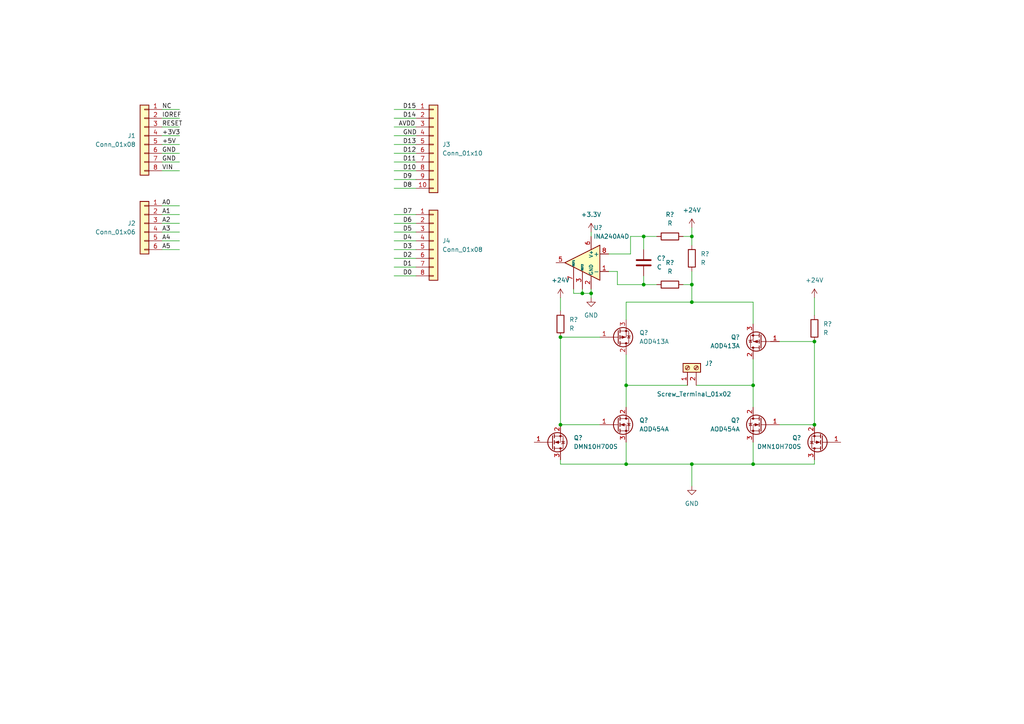
<source format=kicad_sch>
(kicad_sch (version 20211123) (generator eeschema)
  (paper "A4")
  (lib_symbols
    (symbol "Amplifier_Current:INA240A4D" (pin_names (offset 0.127))
      (property "Reference" "U" (at 3.81 3.81 0))
      (property "Value" "INA240A4D" (at 3.81 -2.54 0))
      (symbol "INA240A4D_0_1"
        (polyline (pts (xy 5.08 0) (xy -5.08 5.08) (xy -5.08 -5.08) (xy 5.08 0)) (stroke (width 0.254)) (fill (type background)))
      )
      (symbol "INA240A4D_1_1"
        (pin input line (at -7.62 -2.54 0) (length 2.54) (name "-") (number "1"))
        (pin power_in line (at -2.54 -7.62 90) (length 3.81) (name "GND") (number "2"))
        (pin passive line (at 0 -7.62 90) (length 5.08) (name "REF2") (number "3"))
        (pin passive line (at -2.54 -7.62 90) (length 3.81) hide (name "GND") (number "4"))
        (pin output line (at 7.62 0 180) (length 2.54) (name "~") (number "5"))
        (pin power_in line (at -2.54 7.62 270) (length 3.81) (name "V+") (number "6"))
        (pin passive line (at 2.54 -7.62 90) (length 6.35) (name "REF1") (number "7"))
        (pin input line (at -7.62 2.54 0) (length 2.54) (name "+") (number "8"))
      )
    )
    (symbol "Connector:Screw_Terminal_01x02" (pin_names (offset 1.016) hide)
      (property "Reference" "J" (at 0 2.54 0))
      (property "Value" "Screw_Terminal_01x02" (at 0 -5.08 0))
      (symbol "Screw_Terminal_01x02_1_1"
        (rectangle (start -1.27 1.27) (end 1.27 -3.81) (stroke (width 0.254)) (fill (type background)))
        (circle (center 0 -2.54) (radius 0.635) (stroke (width 0.1524)))
        (polyline (pts (xy -0.5334 -2.2098) (xy 0.3302 -3.048)) (stroke (width 0.1524)))
        (polyline (pts (xy -0.5334 0.3302) (xy 0.3302 -0.508)) (stroke (width 0.1524)))
        (polyline (pts (xy -0.3556 -2.032) (xy 0.508 -2.8702)) (stroke (width 0.1524)))
        (polyline (pts (xy -0.3556 0.508) (xy 0.508 -0.3302)) (stroke (width 0.1524)))
        (circle (center 0 0) (radius 0.635) (stroke (width 0.1524)))
        (pin passive line (at -5.08 0 0) (length 3.81) (name "Pin_1") (number "1"))
        (pin passive line (at -5.08 -2.54 0) (length 3.81) (name "Pin_2") (number "2"))
      )
    )
    (symbol "Connector_Generic:Conn_01x06" (pin_names (offset 1.016) hide)
      (property "Reference" "J" (at 0 7.62 0))
      (property "Value" "Conn_01x06" (at 0 -10.16 0))
      (symbol "Conn_01x06_1_1"
        (rectangle (start -1.27 -7.493) (end 0 -7.747) (stroke (width 0.1524)))
        (rectangle (start -1.27 -4.953) (end 0 -5.207) (stroke (width 0.1524)))
        (rectangle (start -1.27 -2.413) (end 0 -2.667) (stroke (width 0.1524)))
        (rectangle (start -1.27 0.127) (end 0 -0.127) (stroke (width 0.1524)))
        (rectangle (start -1.27 2.667) (end 0 2.413) (stroke (width 0.1524)))
        (rectangle (start -1.27 5.207) (end 0 4.953) (stroke (width 0.1524)))
        (rectangle (start -1.27 6.35) (end 1.27 -8.89) (stroke (width 0.254)) (fill (type background)))
        (pin passive line (at -5.08 5.08 0) (length 3.81) (name "Pin_1") (number "1"))
        (pin passive line (at -5.08 2.54 0) (length 3.81) (name "Pin_2") (number "2"))
        (pin passive line (at -5.08 0 0) (length 3.81) (name "Pin_3") (number "3"))
        (pin passive line (at -5.08 -2.54 0) (length 3.81) (name "Pin_4") (number "4"))
        (pin passive line (at -5.08 -5.08 0) (length 3.81) (name "Pin_5") (number "5"))
        (pin passive line (at -5.08 -7.62 0) (length 3.81) (name "Pin_6") (number "6"))
      )
    )
    (symbol "Connector_Generic:Conn_01x08" (pin_names (offset 1.016) hide)
      (property "Reference" "J" (at 0 10.16 0))
      (property "Value" "Conn_01x08" (at 0 -12.7 0))
      (symbol "Conn_01x08_1_1"
        (rectangle (start -1.27 -10.033) (end 0 -10.287) (stroke (width 0.1524)))
        (rectangle (start -1.27 -7.493) (end 0 -7.747) (stroke (width 0.1524)))
        (rectangle (start -1.27 -4.953) (end 0 -5.207) (stroke (width 0.1524)))
        (rectangle (start -1.27 -2.413) (end 0 -2.667) (stroke (width 0.1524)))
        (rectangle (start -1.27 0.127) (end 0 -0.127) (stroke (width 0.1524)))
        (rectangle (start -1.27 2.667) (end 0 2.413) (stroke (width 0.1524)))
        (rectangle (start -1.27 5.207) (end 0 4.953) (stroke (width 0.1524)))
        (rectangle (start -1.27 7.747) (end 0 7.493) (stroke (width 0.1524)))
        (rectangle (start -1.27 8.89) (end 1.27 -11.43) (stroke (width 0.254)) (fill (type background)))
        (pin passive line (at -5.08 7.62 0) (length 3.81) (name "Pin_1") (number "1"))
        (pin passive line (at -5.08 5.08 0) (length 3.81) (name "Pin_2") (number "2"))
        (pin passive line (at -5.08 2.54 0) (length 3.81) (name "Pin_3") (number "3"))
        (pin passive line (at -5.08 0 0) (length 3.81) (name "Pin_4") (number "4"))
        (pin passive line (at -5.08 -2.54 0) (length 3.81) (name "Pin_5") (number "5"))
        (pin passive line (at -5.08 -5.08 0) (length 3.81) (name "Pin_6") (number "6"))
        (pin passive line (at -5.08 -7.62 0) (length 3.81) (name "Pin_7") (number "7"))
        (pin passive line (at -5.08 -10.16 0) (length 3.81) (name "Pin_8") (number "8"))
      )
    )
    (symbol "Connector_Generic:Conn_01x10" (pin_names (offset 1.016) hide)
      (property "Reference" "J" (at 0 12.7 0))
      (property "Value" "Conn_01x10" (at 0 -15.24 0))
      (symbol "Conn_01x10_1_1"
        (rectangle (start -1.27 -12.573) (end 0 -12.827) (stroke (width 0.1524)))
        (rectangle (start -1.27 -10.033) (end 0 -10.287) (stroke (width 0.1524)))
        (rectangle (start -1.27 -7.493) (end 0 -7.747) (stroke (width 0.1524)))
        (rectangle (start -1.27 -4.953) (end 0 -5.207) (stroke (width 0.1524)))
        (rectangle (start -1.27 -2.413) (end 0 -2.667) (stroke (width 0.1524)))
        (rectangle (start -1.27 0.127) (end 0 -0.127) (stroke (width 0.1524)))
        (rectangle (start -1.27 2.667) (end 0 2.413) (stroke (width 0.1524)))
        (rectangle (start -1.27 5.207) (end 0 4.953) (stroke (width 0.1524)))
        (rectangle (start -1.27 7.747) (end 0 7.493) (stroke (width 0.1524)))
        (rectangle (start -1.27 10.287) (end 0 10.033) (stroke (width 0.1524)))
        (rectangle (start -1.27 11.43) (end 1.27 -13.97) (stroke (width 0.254)) (fill (type background)))
        (pin passive line (at -5.08 10.16 0) (length 3.81) (name "Pin_1") (number "1"))
        (pin passive line (at -5.08 -12.7 0) (length 3.81) (name "Pin_10") (number "10"))
        (pin passive line (at -5.08 7.62 0) (length 3.81) (name "Pin_2") (number "2"))
        (pin passive line (at -5.08 5.08 0) (length 3.81) (name "Pin_3") (number "3"))
        (pin passive line (at -5.08 2.54 0) (length 3.81) (name "Pin_4") (number "4"))
        (pin passive line (at -5.08 0 0) (length 3.81) (name "Pin_5") (number "5"))
        (pin passive line (at -5.08 -2.54 0) (length 3.81) (name "Pin_6") (number "6"))
        (pin passive line (at -5.08 -5.08 0) (length 3.81) (name "Pin_7") (number "7"))
        (pin passive line (at -5.08 -7.62 0) (length 3.81) (name "Pin_8") (number "8"))
        (pin passive line (at -5.08 -10.16 0) (length 3.81) (name "Pin_9") (number "9"))
      )
    )
    (symbol "Device:C" (pin_numbers hide) (pin_names (offset 0.254))
      (property "Reference" "C" (at 0.635 2.54 0))
      (property "Value" "C" (at 0.635 -2.54 0))
      (symbol "C_0_1"
        (polyline (pts (xy -2.032 -0.762) (xy 2.032 -0.762)) (stroke (width 0.508)))
        (polyline (pts (xy -2.032 0.762) (xy 2.032 0.762)) (stroke (width 0.508)))
      )
      (symbol "C_1_1"
        (pin passive line (at 0 3.81 270) (length 2.794) (name "~") (number "1"))
        (pin passive line (at 0 -3.81 90) (length 2.794) (name "~") (number "2"))
      )
    )
    (symbol "Device:R" (pin_numbers hide) (pin_names (offset 0))
      (property "Reference" "R" (at 2.032 0 90))
      (property "Value" "R" (at 0 0 90))
      (symbol "R_0_1"
        (rectangle (start -1.016 -2.54) (end 1.016 2.54) (stroke (width 0.254)))
      )
      (symbol "R_1_1"
        (pin passive line (at 0 3.81 270) (length 1.27) (name "~") (number "1"))
        (pin passive line (at 0 -3.81 90) (length 1.27) (name "~") (number "2"))
      )
    )
    (symbol "Transistor_FET:DMN10H700S" (pin_names hide)
      (property "Reference" "Q" (at 5.08 1.905 0))
      (property "Value" "DMN10H700S" (at 5.08 0 0))
      (symbol "DMN10H700S_0_1"
        (polyline (pts (xy 0.254 0) (xy -2.54 0)))
        (polyline (pts (xy 0.254 1.905) (xy 0.254 -1.905)) (stroke (width 0.254)))
        (polyline (pts (xy 0.762 -1.27) (xy 0.762 -2.286)) (stroke (width 0.254)))
        (polyline (pts (xy 0.762 0.508) (xy 0.762 -0.508)) (stroke (width 0.254)))
        (polyline (pts (xy 0.762 2.286) (xy 0.762 1.27)) (stroke (width 0.254)))
        (polyline (pts (xy 2.54 2.54) (xy 2.54 1.778)))
        (polyline (pts (xy 2.54 -2.54) (xy 2.54 0) (xy 0.762 0)))
        (polyline (pts (xy 0.762 -1.778) (xy 3.302 -1.778) (xy 3.302 1.778) (xy 0.762 1.778)))
        (polyline (pts (xy 1.016 0) (xy 2.032 0.381) (xy 2.032 -0.381) (xy 1.016 0)) (fill (type outline)))
        (polyline (pts (xy 2.794 0.508) (xy 2.921 0.381) (xy 3.683 0.381) (xy 3.81 0.254)))
        (polyline (pts (xy 3.302 0.381) (xy 2.921 -0.254) (xy 3.683 -0.254) (xy 3.302 0.381)))
        (circle (center 1.651 0) (radius 2.794) (stroke (width 0.254)))
        (circle (center 2.54 -1.778) (radius 0.254) (fill (type outline)))
        (circle (center 2.54 1.778) (radius 0.254) (fill (type outline)))
      )
      (symbol "DMN10H700S_1_1"
        (pin input line (at -5.08 0 0) (length 2.54) (name "G") (number "1"))
        (pin passive line (at 2.54 -5.08 90) (length 2.54) (name "S") (number "2"))
        (pin passive line (at 2.54 5.08 270) (length 2.54) (name "D") (number "3"))
      )
    )
    (symbol "Transistor_FET:STD7NK40Z" (pin_names hide)
      (property "Reference" "Q" (at 5.08 1.905 0))
      (property "Value" "STD7NK40Z" (at 5.08 0 0))
      (symbol "STD7NK40Z_0_1"
        (polyline (pts (xy 0.254 0) (xy -2.54 0)))
        (polyline (pts (xy 0.254 1.905) (xy 0.254 -1.905)) (stroke (width 0.254)))
        (polyline (pts (xy 0.762 -1.27) (xy 0.762 -2.286)) (stroke (width 0.254)))
        (polyline (pts (xy 0.762 0.508) (xy 0.762 -0.508)) (stroke (width 0.254)))
        (polyline (pts (xy 0.762 2.286) (xy 0.762 1.27)) (stroke (width 0.254)))
        (polyline (pts (xy 2.54 2.54) (xy 2.54 1.778)))
        (polyline (pts (xy 2.54 -2.54) (xy 2.54 0) (xy 0.762 0)))
        (polyline (pts (xy 0.762 -1.778) (xy 3.302 -1.778) (xy 3.302 1.778) (xy 0.762 1.778)))
        (polyline (pts (xy 1.016 0) (xy 2.032 0.381) (xy 2.032 -0.381) (xy 1.016 0)) (fill (type outline)))
        (polyline (pts (xy 2.794 0.508) (xy 2.921 0.381) (xy 3.683 0.381) (xy 3.81 0.254)))
        (polyline (pts (xy 3.302 0.381) (xy 2.921 -0.254) (xy 3.683 -0.254) (xy 3.302 0.381)))
        (circle (center 1.651 0) (radius 2.794) (stroke (width 0.254)))
        (circle (center 2.54 -1.778) (radius 0.254) (fill (type outline)))
        (circle (center 2.54 1.778) (radius 0.254) (fill (type outline)))
      )
      (symbol "STD7NK40Z_1_1"
        (pin passive line (at -5.08 0 0) (length 2.54) (name "G") (number "1"))
        (pin passive line (at 2.54 5.08 270) (length 2.54) (name "D") (number "2"))
        (pin passive line (at 2.54 -5.08 90) (length 2.54) (name "S") (number "3"))
      )
    )
    (symbol "Transistor_FET:SUD50P04-08" (pin_names hide)
      (property "Reference" "Q" (at 4.953 1.905 0))
      (property "Value" "SUD50P04-08" (at 4.953 0 0))
      (symbol "SUD50P04-08_0_1"
        (polyline (pts (xy 0.254 0) (xy -2.54 0)))
        (polyline (pts (xy 0.254 1.905) (xy 0.254 -1.905)) (stroke (width 0.254)))
        (polyline (pts (xy 0.762 -1.27) (xy 0.762 -2.286)) (stroke (width 0.254)))
        (polyline (pts (xy 0.762 0.508) (xy 0.762 -0.508)) (stroke (width 0.254)))
        (polyline (pts (xy 0.762 2.286) (xy 0.762 1.27)) (stroke (width 0.254)))
        (polyline (pts (xy 2.54 2.54) (xy 2.54 1.778)))
        (polyline (pts (xy 2.54 -2.54) (xy 2.54 0) (xy 0.762 0)))
        (polyline (pts (xy 0.762 1.778) (xy 3.302 1.778) (xy 3.302 -1.778) (xy 0.762 -1.778)))
        (polyline (pts (xy 2.286 0) (xy 1.27 0.381) (xy 1.27 -0.381) (xy 2.286 0)) (fill (type outline)))
        (polyline (pts (xy 2.794 -0.508) (xy 2.921 -0.381) (xy 3.683 -0.381) (xy 3.81 -0.254)))
        (polyline (pts (xy 3.302 -0.381) (xy 2.921 0.254) (xy 3.683 0.254) (xy 3.302 -0.381)))
        (circle (center 1.651 0) (radius 2.794) (stroke (width 0.254)))
        (circle (center 2.54 -1.778) (radius 0.254) (fill (type outline)))
        (circle (center 2.54 1.778) (radius 0.254) (fill (type outline)))
      )
      (symbol "SUD50P04-08_1_1"
        (pin input line (at -5.08 0 0) (length 2.54) (name "G") (number "1"))
        (pin passive line (at 2.54 5.08 270) (length 2.54) (name "D") (number "2"))
        (pin passive line (at 2.54 -5.08 90) (length 2.54) (name "S") (number "3"))
      )
    )
    (symbol "power:+24V" (power) (pin_names (offset 0))
      (property "Value" "+24V" (at 0 3.556 0))
      (symbol "+24V_0_1"
        (polyline (pts (xy -0.762 1.27) (xy 0 2.54)))
        (polyline (pts (xy 0 0) (xy 0 2.54)))
        (polyline (pts (xy 0 2.54) (xy 0.762 1.27)))
      )
      (symbol "+24V_1_1"
        (pin power_in line (at 0 0 90) (length 0) hide (name "+24V") (number "1"))
      )
    )
    (symbol "power:+3.3V" (power) (pin_names (offset 0))
      (property "Value" "+3.3V" (at 0 3.556 0))
      (symbol "+3.3V_0_1"
        (polyline (pts (xy -0.762 1.27) (xy 0 2.54)))
        (polyline (pts (xy 0 0) (xy 0 2.54)))
        (polyline (pts (xy 0 2.54) (xy 0.762 1.27)))
      )
      (symbol "+3.3V_1_1"
        (pin power_in line (at 0 0 90) (length 0) hide (name "+3.3V") (number "1"))
      )
    )
    (symbol "power:GND" (power) (pin_names (offset 0))
      (property "Value" "GND" (at 0 -3.81 0))
      (symbol "GND_0_1"
        (polyline (pts (xy 0 0) (xy 0 -1.27) (xy 1.27 -1.27) (xy 0 -2.54) (xy -1.27 -1.27) (xy 0 -1.27)))
      )
      (symbol "GND_1_1"
        (pin power_in line (at 0 0 270) (length 0) hide (name "GND") (number "1"))
      )
    )
  )
  (junction (at 181.61 111.76))
  (junction (at 186.69 68.58))
  (junction (at 236.22 99.06))
  (junction (at 200.66 68.58))
  (junction (at 236.22 123.19))
  (junction (at 186.69 82.55))
  (junction (at 181.61 134.62))
  (junction (at 218.44 111.76))
  (junction (at 200.66 87.63))
  (junction (at 162.56 123.19))
  (junction (at 218.44 134.62))
  (junction (at 168.91 85.09))
  (junction (at 171.45 85.09))
  (junction (at 200.66 82.55))
  (junction (at 162.56 97.79))
  (junction (at 200.66 134.62))
  (wire (pts (xy 200.66 68.58) (xy 200.66 71.12)))
  (wire (pts (xy 114.3 77.47) (xy 120.65 77.47)))
  (wire (pts (xy 114.3 69.85) (xy 120.65 69.85)))
  (wire (pts (xy 186.69 68.58) (xy 190.5 68.58)))
  (wire (pts (xy 114.3 74.93) (xy 120.65 74.93)))
  (wire (pts (xy 171.45 85.09) (xy 171.45 86.36)))
  (wire (pts (xy 114.3 46.99) (xy 120.65 46.99)))
  (wire (pts (xy 181.61 87.63) (xy 200.66 87.63)))
  (wire (pts (xy 114.3 36.83) (xy 120.65 36.83)))
  (wire (pts (xy 218.44 87.63) (xy 218.44 93.98)))
  (wire (pts (xy 46.99 64.77) (xy 52.07 64.77)))
  (wire (pts (xy 46.99 46.99) (xy 52.07 46.99)))
  (wire (pts (xy 236.22 99.06) (xy 236.22 123.19)))
  (wire (pts (xy 114.3 80.01) (xy 120.65 80.01)))
  (wire (pts (xy 46.99 39.37) (xy 52.07 39.37)))
  (wire (pts (xy 46.99 69.85) (xy 52.07 69.85)))
  (wire (pts (xy 114.3 34.29) (xy 120.65 34.29)))
  (wire (pts (xy 186.69 82.55) (xy 190.5 82.55)))
  (wire (pts (xy 114.3 72.39) (xy 120.65 72.39)))
  (wire (pts (xy 198.12 68.58) (xy 200.66 68.58)))
  (wire (pts (xy 236.22 133.35) (xy 236.22 134.62)))
  (wire (pts (xy 162.56 123.19) (xy 173.99 123.19)))
  (wire (pts (xy 200.66 134.62) (xy 200.66 140.97)))
  (wire (pts (xy 114.3 44.45) (xy 120.65 44.45)))
  (wire (pts (xy 200.66 78.74) (xy 200.66 82.55)))
  (wire (pts (xy 162.56 97.79) (xy 173.99 97.79)))
  (wire (pts (xy 200.66 82.55) (xy 200.66 87.63)))
  (wire (pts (xy 226.06 123.19) (xy 236.22 123.19)))
  (wire (pts (xy 168.91 85.09) (xy 171.45 85.09)))
  (wire (pts (xy 171.45 67.31) (xy 171.45 68.58)))
  (wire (pts (xy 114.3 67.31) (xy 120.65 67.31)))
  (wire (pts (xy 46.99 31.75) (xy 52.07 31.75)))
  (wire (pts (xy 114.3 49.53) (xy 120.65 49.53)))
  (wire (pts (xy 181.61 102.87) (xy 181.61 111.76)))
  (wire (pts (xy 114.3 41.91) (xy 120.65 41.91)))
  (wire (pts (xy 46.99 41.91) (xy 52.07 41.91)))
  (wire (pts (xy 162.56 86.36) (xy 162.56 90.17)))
  (wire (pts (xy 181.61 111.76) (xy 181.61 118.11)))
  (wire (pts (xy 46.99 59.69) (xy 52.07 59.69)))
  (wire (pts (xy 114.3 31.75) (xy 120.65 31.75)))
  (wire (pts (xy 166.37 83.82) (xy 166.37 85.09)))
  (wire (pts (xy 218.44 134.62) (xy 200.66 134.62)))
  (wire (pts (xy 200.66 134.62) (xy 181.61 134.62)))
  (wire (pts (xy 162.56 97.79) (xy 162.56 123.19)))
  (wire (pts (xy 162.56 134.62) (xy 181.61 134.62)))
  (wire (pts (xy 201.93 111.76) (xy 218.44 111.76)))
  (wire (pts (xy 200.66 87.63) (xy 218.44 87.63)))
  (wire (pts (xy 114.3 62.23) (xy 120.65 62.23)))
  (wire (pts (xy 114.3 54.61) (xy 120.65 54.61)))
  (wire (pts (xy 181.61 111.76) (xy 199.39 111.76)))
  (wire (pts (xy 46.99 72.39) (xy 52.07 72.39)))
  (wire (pts (xy 114.3 64.77) (xy 120.65 64.77)))
  (wire (pts (xy 176.53 73.66) (xy 182.88 73.66)))
  (wire (pts (xy 46.99 62.23) (xy 52.07 62.23)))
  (wire (pts (xy 181.61 92.71) (xy 181.61 87.63)))
  (wire (pts (xy 46.99 67.31) (xy 52.07 67.31)))
  (wire (pts (xy 218.44 111.76) (xy 218.44 118.11)))
  (wire (pts (xy 176.53 78.74) (xy 179.07 78.74)))
  (wire (pts (xy 162.56 133.35) (xy 162.56 134.62)))
  (wire (pts (xy 218.44 111.76) (xy 218.44 104.14)))
  (wire (pts (xy 182.88 73.66) (xy 182.88 68.58)))
  (wire (pts (xy 114.3 39.37) (xy 120.65 39.37)))
  (wire (pts (xy 200.66 66.04) (xy 200.66 68.58)))
  (wire (pts (xy 46.99 34.29) (xy 52.07 34.29)))
  (wire (pts (xy 186.69 80.01) (xy 186.69 82.55)))
  (wire (pts (xy 236.22 86.36) (xy 236.22 91.44)))
  (wire (pts (xy 46.99 44.45) (xy 52.07 44.45)))
  (wire (pts (xy 46.99 49.53) (xy 52.07 49.53)))
  (wire (pts (xy 166.37 85.09) (xy 168.91 85.09)))
  (wire (pts (xy 218.44 128.27) (xy 218.44 134.62)))
  (wire (pts (xy 226.06 99.06) (xy 236.22 99.06)))
  (wire (pts (xy 46.99 36.83) (xy 52.07 36.83)))
  (wire (pts (xy 171.45 83.82) (xy 171.45 85.09)))
  (wire (pts (xy 181.61 128.27) (xy 181.61 134.62)))
  (wire (pts (xy 168.91 83.82) (xy 168.91 85.09)))
  (wire (pts (xy 182.88 68.58) (xy 186.69 68.58)))
  (wire (pts (xy 218.44 134.62) (xy 236.22 134.62)))
  (wire (pts (xy 198.12 82.55) (xy 200.66 82.55)))
  (wire (pts (xy 114.3 52.07) (xy 120.65 52.07)))
  (wire (pts (xy 179.07 78.74) (xy 179.07 82.55)))
  (wire (pts (xy 186.69 72.39) (xy 186.69 68.58)))
  (wire (pts (xy 179.07 82.55) (xy 186.69 82.55)))
  (label "D4" (at 116.84 69.85 0))
  (label "D5" (at 116.84 67.31 0))
  (label "D3" (at 116.84 72.39 0))
  (label "D11" (at 116.84 46.99 0))
  (label "AVDD" (at 115.57 36.83 0))
  (label "D8" (at 116.84 54.61 0))
  (label "D2" (at 116.84 74.93 0))
  (label "D10" (at 116.84 49.53 0))
  (label "D7" (at 116.84 62.23 0))
  (label "A5" (at 46.99 72.39 0))
  (label "D14" (at 116.84 34.29 0))
  (label "GND" (at 46.99 44.45 0))
  (label "A0" (at 46.99 59.69 0))
  (label "A4" (at 46.99 69.85 0))
  (label "D1" (at 116.84 77.47 0))
  (label "D13" (at 116.84 41.91 0))
  (label "D9" (at 116.84 52.07 0))
  (label "VIN" (at 46.99 49.53 0))
  (label "+5V" (at 46.99 41.91 0))
  (label "RESET" (at 46.99 36.83 0))
  (label "D6" (at 116.84 64.77 0))
  (label "A3" (at 46.99 67.31 0))
  (label "GND" (at 116.84 39.37 0))
  (label "GND" (at 46.99 46.99 0))
  (label "IOREF" (at 46.99 34.29 0))
  (label "+3V3" (at 46.99 39.37 0))
  (label "A2" (at 46.99 64.77 0))
  (label "D15" (at 116.84 31.75 0))
  (label "D0" (at 116.84 80.01 0))
  (label "NC" (at 46.99 31.75 0))
  (label "D12" (at 116.84 44.45 0))
  (label "A1" (at 46.99 62.23 0))
  (symbol (lib_id "Transistor_FET:DMN10H700S") (at 160.02 128.27 0) (mirror x) (unit 1)
    (property "Reference" "Q?" (at 166.37 126.9999 0) (effects (justify left)))
    (property "Value" "DMN10H700S" (at 166.37 129.5399 0) (effects (justify left)))
    (property "Footprint" "Package_TO_SOT_SMD:SOT-23" (effects hide))
    (property "Datasheet" "http://www.diodes.com/assets/Datasheets/DMN10H700S.pdf" (effects hide))
  )
  (symbol (lib_id "Connector:Screw_Terminal_01x02") (at 199.39 106.68 90) (unit 1)
    (property "Reference" "J?" (at 204.47 105.4099 90) (effects (justify right)))
    (property "Value" "Screw_Terminal_01x02" (at 190.5 114.3 90) (effects (justify right)))
    (property "Footprint" "TerminalBlock_Phoenix:TerminalBlock_Phoenix_PT-1,5-2-5.0-H_1x02_P5.00mm_Horizontal" (effects hide))
  )
  (symbol (lib_id "power:+24V") (at 162.56 86.36 0) (unit 1)
    (property "Reference" "#PWR?" (effects hide))
    (property "Value" "+24V" (at 162.56 81.28 0))
  )
  (symbol (lib_id "Amplifier_Current:INA240A4D") (at 168.91 76.2 0) (mirror y) (unit 1)
    (property "Reference" "U?" (at 172.1103 66.04 0) (effects (justify right)))
    (property "Value" "INA240A4D" (at 172.1103 68.58 0) (effects (justify right)))
    (property "Footprint" "Package_SO:SOIC-8_3.9x4.9mm_P1.27mm" (effects hide))
    (property "Datasheet" "http://www.ti.com/lit/ds/symlink/ina240.pdf" (effects hide))
  )
  (symbol (lib_id "Transistor_FET:STD7NK40Z") (at 220.98 123.19 0) (mirror y) (unit 1)
    (property "Reference" "Q?" (at 214.63 121.9199 0) (effects (justify left)))
    (property "Value" "AOD454A" (at 214.63 124.4599 0) (effects (justify left)))
    (property "Footprint" "Package_TO_SOT_SMD:TO-252-2" (effects hide))
    (property "Datasheet" "http://www.aosmd.com/res/data_sheets/AOD454A.pdf" (effects hide))
  )
  (symbol (lib_id "Transistor_FET:STD7NK40Z") (at 179.07 123.19 0) (unit 1)
    (property "Reference" "Q?" (at 185.42 121.9199 0) (effects (justify left)))
    (property "Value" "AOD454A" (at 185.42 124.4599 0) (effects (justify left)))
    (property "Footprint" "Package_TO_SOT_SMD:TO-252-2" (effects hide))
    (property "Datasheet" "http://www.aosmd.com/res/data_sheets/AOD454A.pdf" (effects hide))
  )
  (symbol (lib_id "power:GND") (at 171.45 86.36 0) (unit 1)
    (property "Reference" "#PWR?" (effects hide))
    (property "Value" "GND" (at 171.45 91.44 0))
  )
  (symbol (lib_id "Device:R") (at 194.31 68.58 90) (unit 1)
    (property "Reference" "R?" (at 194.31 62.23 90))
    (property "Value" "R" (at 194.31 64.77 90))
    (property "Footprint" "Resistor_SMD:R_0805_2012Metric" (effects hide))
  )
  (symbol (lib_id "Device:R") (at 200.66 74.93 180) (unit 1)
    (property "Reference" "R?" (at 203.2 73.6599 0) (effects (justify right)))
    (property "Value" "R" (at 203.2 76.1999 0) (effects (justify right)))
    (property "Footprint" "Resistor_SMD:R_0805_2012Metric" (effects hide))
  )
  (symbol (lib_id "power:+24V") (at 236.22 86.36 0) (unit 1)
    (property "Reference" "#PWR?" (effects hide))
    (property "Value" "+24V" (at 236.22 81.28 0))
  )
  (symbol (lib_id "Transistor_FET:DMN10H700S") (at 238.76 128.27 180) (unit 1)
    (property "Reference" "Q?" (at 232.41 126.9999 0) (effects (justify left)))
    (property "Value" "DMN10H700S" (at 232.41 129.5399 0) (effects (justify left)))
    (property "Footprint" "Package_TO_SOT_SMD:SOT-23" (effects hide))
    (property "Datasheet" "http://www.diodes.com/assets/Datasheets/DMN10H700S.pdf" (effects hide))
  )
  (symbol (lib_id "Connector_Generic:Conn_01x06") (at 41.91 64.77 0) (mirror y) (unit 1)
    (property "Reference" "J2" (at 39.37 64.7699 0) (effects (justify left)))
    (property "Value" "Conn_01x06" (at 39.37 67.3099 0) (effects (justify left)))
    (property "Footprint" "Connector_PinHeader_2.54mm:PinHeader_1x06_P2.54mm_Vertical" (effects hide))
  )
  (symbol (lib_id "Transistor_FET:SUD50P04-08") (at 179.07 97.79 0) (mirror x) (unit 1)
    (property "Reference" "Q?" (at 185.42 96.5199 0) (effects (justify left)))
    (property "Value" "AOD413A" (at 185.42 99.0599 0) (effects (justify left)))
    (property "Footprint" "Package_TO_SOT_SMD:TO-252-2" (effects hide))
    (property "Datasheet" "http://www.aosmd.com/res/data_sheets/AOD413A.pdf" (effects hide))
  )
  (symbol (lib_id "Device:R") (at 162.56 93.98 180) (unit 1)
    (property "Reference" "R?" (at 165.1 92.7099 0) (effects (justify right)))
    (property "Value" "R" (at 165.1 95.2499 0) (effects (justify right)))
    (property "Footprint" "Resistor_SMD:R_0805_2012Metric" (effects hide))
  )
  (symbol (lib_id "power:GND") (at 200.66 140.97 0) (unit 1)
    (property "Reference" "#PWR?" (effects hide))
    (property "Value" "GND" (at 200.66 146.05 0))
  )
  (symbol (lib_id "Device:C") (at 186.69 76.2 0) (unit 1)
    (property "Reference" "C?" (at 190.5 74.9299 0) (effects (justify left)))
    (property "Value" "C" (at 190.5 77.4699 0) (effects (justify left)))
    (property "Footprint" "Capacitor_SMD:C_0603_1608Metric" (effects hide))
  )
  (symbol (lib_id "power:+3.3V") (at 171.45 67.31 0) (unit 1)
    (property "Reference" "#PWR?" (effects hide))
    (property "Value" "+3.3V" (at 171.45 62.23 0))
  )
  (symbol (lib_id "Connector_Generic:Conn_01x08") (at 125.73 69.85 0) (unit 1)
    (property "Reference" "J4" (at 128.27 69.8499 0) (effects (justify left)))
    (property "Value" "Conn_01x08" (at 128.27 72.3899 0) (effects (justify left)))
    (property "Footprint" "Connector_PinHeader_2.54mm:PinHeader_1x08_P2.54mm_Vertical" (effects hide))
  )
  (symbol (lib_id "power:+24V") (at 200.66 66.04 0) (unit 1)
    (property "Reference" "#PWR?" (effects hide))
    (property "Value" "+24V" (at 200.66 60.96 0))
  )
  (symbol (lib_id "Device:R") (at 194.31 82.55 90) (unit 1)
    (property "Reference" "R?" (at 194.31 76.2 90))
    (property "Value" "R" (at 194.31 78.74 90))
    (property "Footprint" "Resistor_SMD:R_0805_2012Metric" (effects hide))
  )
  (symbol (lib_id "Connector_Generic:Conn_01x10") (at 125.73 41.91 0) (unit 1)
    (property "Reference" "J3" (at 128.27 41.9099 0) (effects (justify left)))
    (property "Value" "Conn_01x10" (at 128.27 44.4499 0) (effects (justify left)))
    (property "Footprint" "Connector_PinHeader_2.54mm:PinHeader_1x10_P2.54mm_Vertical" (effects hide))
  )
  (symbol (lib_id "Connector_Generic:Conn_01x08") (at 41.91 39.37 0) (mirror y) (unit 1)
    (property "Reference" "J1" (at 39.37 39.3699 0) (effects (justify left)))
    (property "Value" "Conn_01x08" (at 39.37 41.9099 0) (effects (justify left)))
    (property "Footprint" "Connector_PinHeader_2.54mm:PinHeader_1x08_P2.54mm_Vertical" (effects hide))
  )
  (symbol (lib_id "Transistor_FET:SUD50P04-08") (at 220.98 99.06 180) (unit 1)
    (property "Reference" "Q?" (at 214.63 97.7899 0) (effects (justify left)))
    (property "Value" "AOD413A" (at 214.63 100.3299 0) (effects (justify left)))
    (property "Footprint" "Package_TO_SOT_SMD:TO-252-2" (effects hide))
    (property "Datasheet" "http://www.aosmd.com/res/data_sheets/AOD413A.pdf" (effects hide))
  )
  (symbol (lib_id "Device:R") (at 236.22 95.25 180) (unit 1)
    (property "Reference" "R?" (at 238.76 93.9799 0) (effects (justify right)))
    (property "Value" "R" (at 238.76 96.5199 0) (effects (justify right)))
    (property "Footprint" "Resistor_SMD:R_0805_2012Metric" (effects hide))
  )
)
</source>
